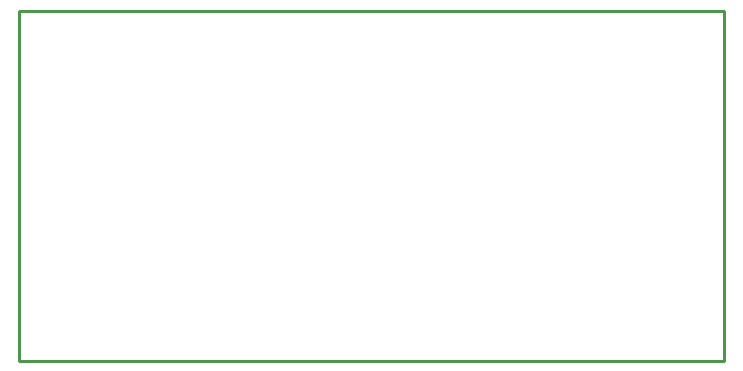
<source format=gko>
G04 EAGLE Gerber RS-274X export*
G75*
%MOMM*%
%FSLAX34Y34*%
%LPD*%
%INBoard Outline*%
%IPPOS*%
%AMOC8*
5,1,8,0,0,1.08239X$1,22.5*%
G01*
%ADD10C,0.000000*%
%ADD11C,0.254000*%


D10*
X0Y0D02*
X596700Y0D01*
X596700Y296420D01*
X0Y296420D01*
X0Y0D01*
D11*
X0Y0D02*
X596700Y0D01*
X596700Y296420D01*
X0Y296420D01*
X0Y0D01*
M02*

</source>
